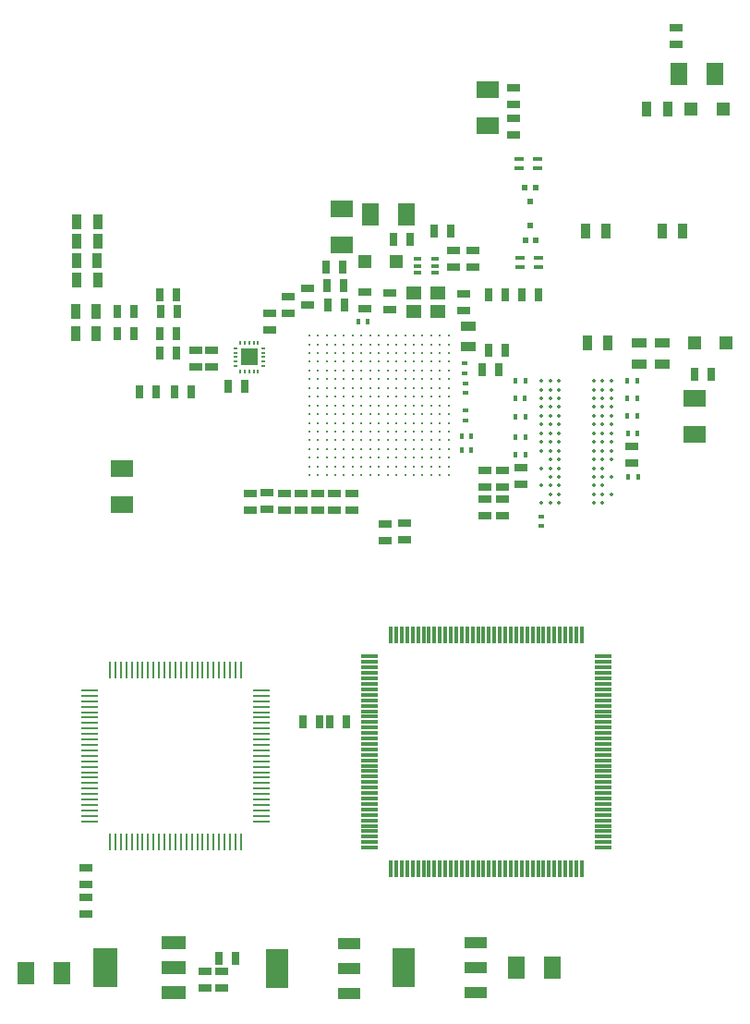
<source format=gtp>
G04 #@! TF.FileFunction,Paste,Top*
%FSLAX46Y46*%
G04 Gerber Fmt 4.6, Leading zero omitted, Abs format (unit mm)*
G04 Created by KiCad (PCBNEW 0.201502071101+5410~21~ubuntu14.04.1-product) date mié 11 mar 2015 22:43:00 COT*
%MOMM*%
G01*
G04 APERTURE LIST*
%ADD10C,0.150000*%
%ADD11R,1.198880X1.198880*%
%ADD12C,0.350000*%
%ADD13R,0.635000X1.143000*%
%ADD14R,1.524000X2.032000*%
%ADD15R,2.032000X1.524000*%
%ADD16R,1.143000X0.635000*%
%ADD17R,1.397000X0.889000*%
%ADD18R,0.889000X1.397000*%
%ADD19R,0.899160X0.350520*%
%ADD20R,0.797560X0.398780*%
%ADD21C,0.304800*%
%ADD22R,0.200000X0.400000*%
%ADD23R,0.400000X0.200000*%
%ADD24R,1.600000X1.600000*%
%ADD25R,2.235200X1.219200*%
%ADD26R,2.235200X3.606800*%
%ADD27R,0.497840X0.599440*%
%ADD28R,1.399540X1.198880*%
%ADD29R,0.398780X0.599440*%
%ADD30R,0.599440X0.398780*%
%ADD31R,1.550000X0.300000*%
%ADD32R,0.300000X1.550000*%
%ADD33R,1.500000X0.280000*%
%ADD34R,0.280000X1.500000*%
%ADD35R,2.032000X3.657600*%
%ADD36R,2.032000X1.016000*%
G04 APERTURE END LIST*
D10*
D11*
X86970340Y-30380000D03*
X84069660Y-30380000D03*
X87270340Y-51830000D03*
X84369660Y-51830000D03*
X57030340Y-44400000D03*
X54129660Y-44400000D03*
D12*
X70340000Y-64890000D03*
X76740000Y-64090000D03*
X70340000Y-63290000D03*
X70340000Y-66490000D03*
X71140000Y-66490000D03*
X71940000Y-66490000D03*
X75140000Y-66490000D03*
X75940000Y-66490000D03*
X71140000Y-65690000D03*
X71940000Y-65690000D03*
X75140000Y-65690000D03*
X75940000Y-65690000D03*
X76740000Y-65690000D03*
X75940000Y-64090000D03*
X75140000Y-64090000D03*
X71940000Y-64090000D03*
X71140000Y-64090000D03*
X75940000Y-64890000D03*
X75140000Y-64890000D03*
X71940000Y-64890000D03*
X71140000Y-64890000D03*
X71140000Y-63290000D03*
X71940000Y-63290000D03*
X75140000Y-63290000D03*
X75940000Y-63290000D03*
X71140000Y-62490000D03*
X71940000Y-62490000D03*
X75140000Y-62490000D03*
X75940000Y-62490000D03*
X76740000Y-62490000D03*
X76740000Y-61690000D03*
X75940000Y-61690000D03*
X75140000Y-61690000D03*
X71940000Y-61690000D03*
X71140000Y-61690000D03*
X70340000Y-61690000D03*
X70340000Y-60090000D03*
X71140000Y-60090000D03*
X71940000Y-60090000D03*
X75140000Y-60090000D03*
X75940000Y-60090000D03*
X76740000Y-60090000D03*
X70340000Y-59290000D03*
X71140000Y-59290000D03*
X71940000Y-59290000D03*
X75140000Y-59290000D03*
X75940000Y-59290000D03*
X76740000Y-59290000D03*
X76740000Y-58490000D03*
X75940000Y-58490000D03*
X75140000Y-58490000D03*
X71140000Y-58490000D03*
X71940000Y-58490000D03*
X70340000Y-58490000D03*
X76740000Y-60890000D03*
X75940000Y-60890000D03*
X75140000Y-60890000D03*
X71940000Y-60890000D03*
X71140000Y-60890000D03*
X70340000Y-60890000D03*
X70340000Y-57690000D03*
X71140000Y-57690000D03*
X71940000Y-57690000D03*
X75140000Y-57690000D03*
X75940000Y-57690000D03*
X76740000Y-57690000D03*
X70340000Y-55290000D03*
X71940000Y-55290000D03*
X71140000Y-55290000D03*
X76740000Y-55290000D03*
X75940000Y-55290000D03*
X75140000Y-55290000D03*
X76740000Y-56090000D03*
X75940000Y-56090000D03*
X75140000Y-56090000D03*
X71940000Y-56090000D03*
X71140000Y-56090000D03*
X70340000Y-56090000D03*
X76740000Y-56890000D03*
X75940000Y-56890000D03*
X75140000Y-56890000D03*
X71940000Y-56890000D03*
X71140000Y-56890000D03*
X70340000Y-56890000D03*
D13*
X66992000Y-52490000D03*
X65468000Y-52490000D03*
D14*
X57921000Y-40040000D03*
X54619000Y-40040000D03*
D15*
X52000000Y-42851000D03*
X52000000Y-39549000D03*
D13*
X52172000Y-46530000D03*
X50648000Y-46530000D03*
D16*
X63210000Y-48872000D03*
X63210000Y-47348000D03*
X56430000Y-47268000D03*
X56430000Y-48792000D03*
X54120000Y-48662000D03*
X54120000Y-47138000D03*
X40125000Y-52463000D03*
X40125000Y-53987000D03*
X62300000Y-43378000D03*
X62300000Y-44902000D03*
X65140000Y-63528000D03*
X65140000Y-65052000D03*
X65140000Y-66128000D03*
X65140000Y-67652000D03*
X38625000Y-53987000D03*
X38625000Y-52463000D03*
D13*
X43112000Y-55750000D03*
X41588000Y-55750000D03*
D15*
X65426400Y-28570500D03*
X65426400Y-31872500D03*
D13*
X40813800Y-108224900D03*
X42337800Y-108224900D03*
D15*
X31847600Y-66645100D03*
X31847600Y-63343100D03*
D16*
X45430000Y-49108000D03*
X45430000Y-50632000D03*
D14*
X26412000Y-109520300D03*
X23110000Y-109520300D03*
D15*
X84360000Y-56889000D03*
X84360000Y-60191000D03*
D13*
X84368000Y-54730000D03*
X85892000Y-54730000D03*
D14*
X82929000Y-27180000D03*
X86231000Y-27180000D03*
D16*
X82710000Y-24482000D03*
X82710000Y-22958000D03*
D13*
X35408000Y-48970000D03*
X36932000Y-48970000D03*
X35368000Y-50990000D03*
X36892000Y-50990000D03*
X65463000Y-47425000D03*
X66987000Y-47425000D03*
D16*
X56040000Y-68368000D03*
X56040000Y-69892000D03*
X67763200Y-28418100D03*
X67763200Y-29942100D03*
D13*
X33508000Y-56320000D03*
X35032000Y-56320000D03*
D16*
X39537600Y-109405600D03*
X39537600Y-110929600D03*
X28580000Y-99938000D03*
X28580000Y-101462000D03*
D17*
X63620000Y-50267500D03*
X63620000Y-52172500D03*
D18*
X81397500Y-41580000D03*
X83302500Y-41580000D03*
X74527500Y-51770000D03*
X76432500Y-51770000D03*
D17*
X79320000Y-51817500D03*
X79320000Y-53722500D03*
X81380000Y-53732500D03*
X81380000Y-51827500D03*
D18*
X79977500Y-30390000D03*
X81882500Y-30390000D03*
X27727500Y-44310000D03*
X29632500Y-44310000D03*
X27757500Y-40680000D03*
X29662500Y-40680000D03*
X27737500Y-42470000D03*
X29642500Y-42470000D03*
X27747500Y-46060000D03*
X29652500Y-46060000D03*
X27617500Y-48930000D03*
X29522500Y-48930000D03*
X27617500Y-50960000D03*
X29522500Y-50960000D03*
D19*
X70050000Y-44850000D03*
X68350740Y-44850000D03*
X68350740Y-43999100D03*
X70050000Y-43999100D03*
D18*
X76272500Y-41590000D03*
X74367500Y-41590000D03*
D19*
X70000000Y-35800000D03*
X68300740Y-35800000D03*
X68300740Y-34949100D03*
X70000000Y-34949100D03*
D20*
X60587560Y-45397700D03*
X60587560Y-44750000D03*
X60587560Y-44102300D03*
X58992440Y-44102300D03*
X58992440Y-44750000D03*
X58992440Y-45397700D03*
D13*
X64938000Y-54300000D03*
X66462000Y-54300000D03*
X58312000Y-42330000D03*
X56788000Y-42330000D03*
X52162000Y-44900000D03*
X50638000Y-44900000D03*
X50748000Y-48360000D03*
X52272000Y-48360000D03*
D16*
X41042400Y-109393300D03*
X41042400Y-110917300D03*
X48920000Y-48312000D03*
X48920000Y-46788000D03*
X78600000Y-62812000D03*
X78600000Y-61288000D03*
D13*
X70037000Y-47425000D03*
X68513000Y-47425000D03*
D16*
X52970000Y-67132000D03*
X52970000Y-65608000D03*
X43680000Y-67102000D03*
X43680000Y-65578000D03*
X45200000Y-67092000D03*
X45200000Y-65568000D03*
D13*
X61992000Y-41530000D03*
X60468000Y-41530000D03*
D16*
X49850000Y-67112000D03*
X49850000Y-65588000D03*
X46780000Y-65588000D03*
X46780000Y-67112000D03*
X64080000Y-43358000D03*
X64080000Y-44882000D03*
X47160000Y-47578000D03*
X47160000Y-49102000D03*
X68490000Y-63228000D03*
X68490000Y-64752000D03*
X66740000Y-63528000D03*
X66740000Y-65052000D03*
X66740000Y-66128000D03*
X66740000Y-67652000D03*
X57775000Y-69862000D03*
X57775000Y-68338000D03*
X67763200Y-32786900D03*
X67763200Y-31262900D03*
D13*
X36728000Y-56330000D03*
X38252000Y-56330000D03*
D16*
X51360000Y-65598000D03*
X51360000Y-67122000D03*
X28610000Y-104112000D03*
X28610000Y-102588000D03*
D13*
X31448000Y-48930000D03*
X32972000Y-48930000D03*
X31428000Y-51000000D03*
X32952000Y-51000000D03*
X36892000Y-52700000D03*
X35368000Y-52700000D03*
X36922000Y-47400000D03*
X35398000Y-47400000D03*
D21*
X49039200Y-51139200D03*
X49039200Y-51939300D03*
X49039200Y-52739400D03*
X49039200Y-53539500D03*
X49039200Y-54339600D03*
X49039200Y-55139700D03*
X49039200Y-55939800D03*
X49039200Y-56739900D03*
X49039200Y-57540000D03*
X49039200Y-58340100D03*
X49039200Y-59140200D03*
X49039200Y-59940300D03*
X49039200Y-60740400D03*
X49039200Y-61540500D03*
X49039200Y-62340600D03*
X49039200Y-63140700D03*
X49039200Y-63940800D03*
X49839300Y-51139200D03*
X49839300Y-51939300D03*
X49839300Y-52739400D03*
X49839300Y-53539500D03*
X49839300Y-54339600D03*
X49839300Y-55139700D03*
X49839300Y-55939800D03*
X49839300Y-56739900D03*
X49839300Y-57540000D03*
X49839300Y-58340100D03*
X49839300Y-59140200D03*
X49839300Y-59940300D03*
X49839300Y-60740400D03*
X49839300Y-61540500D03*
X49839300Y-62340600D03*
X49839300Y-63140700D03*
X49839300Y-63940800D03*
X50639400Y-51139200D03*
X50639400Y-51939300D03*
X50639400Y-52739400D03*
X50639400Y-53539500D03*
X50639400Y-54339600D03*
X50639400Y-55139700D03*
X50639400Y-55939800D03*
X50639400Y-56739900D03*
X50639400Y-57540000D03*
X50639400Y-58340100D03*
X50639400Y-59140200D03*
X50639400Y-59940300D03*
X50639400Y-60740400D03*
X50639400Y-61540500D03*
X50639400Y-62340600D03*
X50639400Y-63140700D03*
X50639400Y-63940800D03*
X51439500Y-51139200D03*
X51439500Y-51939300D03*
X51439500Y-52739400D03*
X51439500Y-53539500D03*
X51439500Y-54339600D03*
X51439500Y-55139700D03*
X51439500Y-55939800D03*
X51439500Y-56739900D03*
X51439500Y-57540000D03*
X51439500Y-58340100D03*
X51439500Y-59140200D03*
X51439500Y-59940300D03*
X51439500Y-60740400D03*
X51439500Y-61540500D03*
X51439500Y-62340600D03*
X51439500Y-63140700D03*
X51439500Y-63940800D03*
X52239600Y-51139200D03*
X52239600Y-51939300D03*
X52239600Y-52739400D03*
X52239600Y-53539500D03*
X52239600Y-54339600D03*
X52239600Y-55139700D03*
X52239600Y-55939800D03*
X52239600Y-56739900D03*
X52239600Y-57540000D03*
X52239600Y-58340100D03*
X52239600Y-59140200D03*
X52239600Y-59940300D03*
X52239600Y-60740400D03*
X52239600Y-61540500D03*
X52239600Y-62340600D03*
X52239600Y-63140700D03*
X52239600Y-63940800D03*
X53039700Y-51139200D03*
X53039700Y-51939300D03*
X53039700Y-52739400D03*
X53039700Y-53539500D03*
X53039700Y-54339600D03*
X53039700Y-55139700D03*
X53039700Y-55939800D03*
X53039700Y-56739900D03*
X53039700Y-57540000D03*
X53039700Y-58340100D03*
X53039700Y-59140200D03*
X53039700Y-59940300D03*
X53039700Y-60740400D03*
X53039700Y-61540500D03*
X53039700Y-62340600D03*
X53039700Y-63140700D03*
X53039700Y-63940800D03*
X53839800Y-51139200D03*
X53839800Y-51939300D03*
X53839800Y-52739400D03*
X53839800Y-53539500D03*
X53839800Y-54339600D03*
X53839800Y-55139700D03*
X53839800Y-55939800D03*
X53839800Y-56739900D03*
X53839800Y-57540000D03*
X53839800Y-58340100D03*
X53839800Y-59140200D03*
X53839800Y-59940300D03*
X53839800Y-60740400D03*
X53839800Y-61540500D03*
X53839800Y-62340600D03*
X53839800Y-63140700D03*
X53839800Y-63940800D03*
X54639900Y-51139200D03*
X54639900Y-51939300D03*
X54639900Y-52739400D03*
X54639900Y-53539500D03*
X54639900Y-54339600D03*
X54639900Y-55139700D03*
X54639900Y-55939800D03*
X54639900Y-56739900D03*
X54639900Y-57540000D03*
X54639900Y-58340100D03*
X54639900Y-59140200D03*
X54639900Y-59940300D03*
X54639900Y-60740400D03*
X54639900Y-61540500D03*
X54639900Y-62340600D03*
X54639900Y-63140700D03*
X54639900Y-63940800D03*
X55440000Y-51139200D03*
X55440000Y-51939300D03*
X55440000Y-52739400D03*
X55440000Y-53539500D03*
X55440000Y-54339600D03*
X55440000Y-55139700D03*
X55440000Y-55939800D03*
X55440000Y-56739900D03*
X55440000Y-57540000D03*
X55440000Y-58340100D03*
X55440000Y-59140200D03*
X55440000Y-59940300D03*
X55440000Y-60740400D03*
X55440000Y-61540500D03*
X55440000Y-62340600D03*
X55440000Y-63140700D03*
X55440000Y-63940800D03*
X56240100Y-51139200D03*
X56240100Y-51939300D03*
X56240100Y-52739400D03*
X56240100Y-53539500D03*
X56240100Y-54339600D03*
X56240100Y-55139700D03*
X56240100Y-55939800D03*
X56240100Y-56739900D03*
X56240100Y-57540000D03*
X56240100Y-58340100D03*
X56240100Y-59140200D03*
X56240100Y-59940300D03*
X56240100Y-60740400D03*
X56240100Y-61540500D03*
X56240100Y-62340600D03*
X56240100Y-63140700D03*
X56240100Y-63940800D03*
X57040200Y-51139200D03*
X57040200Y-51939300D03*
X57040200Y-52739400D03*
X57040200Y-53539500D03*
X57040200Y-54339600D03*
X57040200Y-55139700D03*
X57040200Y-55939800D03*
X57040200Y-56739900D03*
X57040200Y-57540000D03*
X57040200Y-58340100D03*
X57040200Y-59140200D03*
X57040200Y-59940300D03*
X57040200Y-60740400D03*
X57040200Y-61540500D03*
X57040200Y-62340600D03*
X57040200Y-63140700D03*
X57040200Y-63940800D03*
X57840300Y-51139200D03*
X57840300Y-51939300D03*
X57840300Y-52739400D03*
X57840300Y-53539500D03*
X57840300Y-54339600D03*
X57840300Y-55139700D03*
X57840300Y-55939800D03*
X57840300Y-56739900D03*
X57840300Y-57540000D03*
X57840300Y-58340100D03*
X57840300Y-59140200D03*
X57840300Y-59940300D03*
X57840300Y-60740400D03*
X57840300Y-61540500D03*
X57840300Y-62340600D03*
X57840300Y-63140700D03*
X57840300Y-63940800D03*
X58640400Y-51139200D03*
X58640400Y-51939300D03*
X58640400Y-52739400D03*
X58640400Y-53539500D03*
X58640400Y-54339600D03*
X58640400Y-55139700D03*
X58640400Y-55939800D03*
X58640400Y-56739900D03*
X58640400Y-57540000D03*
X58640400Y-58340100D03*
X58640400Y-59140200D03*
X58640400Y-59940300D03*
X58640400Y-60740400D03*
X58640400Y-61540500D03*
X58640400Y-62340600D03*
X58640400Y-63140700D03*
X58640400Y-63940800D03*
X59440500Y-51139200D03*
X59440500Y-51939300D03*
X59440500Y-52739400D03*
X59440500Y-53539500D03*
X59440500Y-54339600D03*
X59440500Y-55139700D03*
X59440500Y-55939800D03*
X59440500Y-56739900D03*
X59440500Y-57540000D03*
X59440500Y-58340100D03*
X59440500Y-59140200D03*
X59440500Y-59940300D03*
X59440500Y-60740400D03*
X59440500Y-61540500D03*
X59440500Y-62340600D03*
X59440500Y-63140700D03*
X59440500Y-63940800D03*
X60240600Y-51139200D03*
X60240600Y-51939300D03*
X60240600Y-52739400D03*
X60240600Y-53539500D03*
X60240600Y-54339600D03*
X60240600Y-55139700D03*
X60240600Y-55939800D03*
X60240600Y-56739900D03*
X60240600Y-57540000D03*
X60240600Y-58340100D03*
X60240600Y-59140200D03*
X60240600Y-59940300D03*
X60240600Y-60740400D03*
X60240600Y-61540500D03*
X60240600Y-62340600D03*
X60240600Y-63140700D03*
X60240600Y-63940800D03*
X61040700Y-51139200D03*
X61040700Y-51939300D03*
X61040700Y-52739400D03*
X61040700Y-53539500D03*
X61040700Y-54339600D03*
X61040700Y-55139700D03*
X61040700Y-55939800D03*
X61040700Y-56739900D03*
X61040700Y-57540000D03*
X61040700Y-58340100D03*
X61040700Y-59140200D03*
X61040700Y-59940300D03*
X61040700Y-60740400D03*
X61040700Y-61540500D03*
X61040700Y-62340600D03*
X61040700Y-63140700D03*
X61040700Y-63940800D03*
X61840800Y-51139200D03*
X61840800Y-51939300D03*
X61840800Y-52739400D03*
X61840800Y-53539500D03*
X61840800Y-54339600D03*
X61840800Y-55139700D03*
X61840800Y-55939800D03*
X61840800Y-56739900D03*
X61840800Y-57540000D03*
X61840800Y-58340100D03*
X61840800Y-59140200D03*
X61840800Y-59940300D03*
X61840800Y-60740400D03*
X61840800Y-61540500D03*
X61840800Y-62340600D03*
X61840800Y-63140700D03*
X61840800Y-63940800D03*
D22*
X43560000Y-51820000D03*
X43960000Y-51820000D03*
X44360000Y-51820000D03*
X43160000Y-51820000D03*
X42760000Y-51820000D03*
X42760000Y-54420000D03*
X43160000Y-54420000D03*
X44360000Y-54420000D03*
X43960000Y-54420000D03*
X43560000Y-54420000D03*
D23*
X44860000Y-52320000D03*
X44860000Y-52720000D03*
X44860000Y-53920000D03*
X44860000Y-53520000D03*
X44860000Y-53120000D03*
D24*
X43560000Y-53120000D03*
D23*
X42260000Y-53120000D03*
X42260000Y-53520000D03*
X42260000Y-53920000D03*
X42260000Y-52720000D03*
X42260000Y-52320000D03*
D25*
X36588800Y-111366000D03*
X36588800Y-109080000D03*
X36588800Y-106794000D03*
D26*
X30391200Y-109080000D03*
D27*
X69837840Y-37592300D03*
X68842160Y-37592300D03*
X69340000Y-38887700D03*
X68852160Y-42387700D03*
X69847840Y-42387700D03*
X69350000Y-41092300D03*
D28*
X60850000Y-47240000D03*
X58650360Y-47240000D03*
X58650360Y-48939260D03*
X60850000Y-48939260D03*
D29*
X78190420Y-55290000D03*
X79089580Y-55290000D03*
X78190420Y-56890000D03*
X79089580Y-56890000D03*
X78190420Y-58490000D03*
X79089580Y-58490000D03*
D30*
X70340000Y-67690420D03*
X70340000Y-68589580D03*
D29*
X78290420Y-64090000D03*
X79189580Y-64090000D03*
X78240420Y-60090000D03*
X79139580Y-60090000D03*
X68889580Y-60440000D03*
X67990420Y-60440000D03*
X68889580Y-62090000D03*
X67990420Y-62090000D03*
X68889580Y-58590000D03*
X67990420Y-58590000D03*
X68839580Y-56890000D03*
X67940420Y-56890000D03*
X68889580Y-55290000D03*
X67990420Y-55290000D03*
D30*
X63390000Y-55500420D03*
X63390000Y-56399580D03*
X63370000Y-58030420D03*
X63370000Y-58929580D03*
D29*
X63010420Y-60360000D03*
X63909580Y-60360000D03*
X63020420Y-61630000D03*
X63919580Y-61630000D03*
X53520420Y-49870000D03*
X54419580Y-49870000D03*
D16*
X48300000Y-65588000D03*
X48300000Y-67112000D03*
D30*
X63280000Y-54589580D03*
X63280000Y-53690420D03*
D31*
X54580000Y-80550000D03*
X54580000Y-81050000D03*
X54580000Y-81550000D03*
X54580000Y-82050000D03*
X54580000Y-82550000D03*
X54580000Y-83050000D03*
X54580000Y-83550000D03*
X54580000Y-84050000D03*
X54580000Y-84550000D03*
X54580000Y-85050000D03*
X54580000Y-85550000D03*
X54580000Y-86050000D03*
X54580000Y-86550000D03*
X54580000Y-87050000D03*
X54580000Y-87550000D03*
X54580000Y-88050000D03*
X54580000Y-88550000D03*
X54580000Y-89050000D03*
X54580000Y-89550000D03*
X54580000Y-90050000D03*
X54580000Y-90550000D03*
X54580000Y-91050000D03*
X54580000Y-91550000D03*
X54580000Y-92050000D03*
X54580000Y-92550000D03*
X54580000Y-93050000D03*
X54580000Y-93550000D03*
X54580000Y-94050000D03*
X54580000Y-94550000D03*
X54580000Y-95050000D03*
X54580000Y-95550000D03*
X54580000Y-96050000D03*
X54580000Y-96550000D03*
X54580000Y-97050000D03*
X54580000Y-97550000D03*
X54580000Y-98050000D03*
D32*
X56530000Y-100000000D03*
X57030000Y-100000000D03*
X57530000Y-100000000D03*
X58030000Y-100000000D03*
X58530000Y-100000000D03*
X59030000Y-100000000D03*
X59530000Y-100000000D03*
X60030000Y-100000000D03*
X60530000Y-100000000D03*
X61030000Y-100000000D03*
X61530000Y-100000000D03*
X62030000Y-100000000D03*
X62530000Y-100000000D03*
X63030000Y-100000000D03*
X63530000Y-100000000D03*
X64030000Y-100000000D03*
X64530000Y-100000000D03*
X65030000Y-100000000D03*
X65530000Y-100000000D03*
X66030000Y-100000000D03*
X66530000Y-100000000D03*
X67030000Y-100000000D03*
X67530000Y-100000000D03*
X68030000Y-100000000D03*
X68530000Y-100000000D03*
X69030000Y-100000000D03*
X69530000Y-100000000D03*
X70030000Y-100000000D03*
X70530000Y-100000000D03*
X71030000Y-100000000D03*
X71530000Y-100000000D03*
X72030000Y-100000000D03*
X72530000Y-100000000D03*
X73030000Y-100000000D03*
X73530000Y-100000000D03*
X74030000Y-100000000D03*
D31*
X75980000Y-98050000D03*
X75980000Y-97550000D03*
X75980000Y-97050000D03*
X75980000Y-96550000D03*
X75980000Y-96050000D03*
X75980000Y-95550000D03*
X75980000Y-95050000D03*
X75980000Y-94550000D03*
X75980000Y-94050000D03*
X75980000Y-93550000D03*
X75980000Y-93050000D03*
X75980000Y-92550000D03*
X75980000Y-92050000D03*
X75980000Y-91550000D03*
X75980000Y-91050000D03*
X75980000Y-90550000D03*
X75980000Y-90050000D03*
X75980000Y-89550000D03*
X75980000Y-89050000D03*
X75980000Y-88550000D03*
X75980000Y-88050000D03*
X75980000Y-87550000D03*
X75980000Y-87050000D03*
X75980000Y-86550000D03*
X75980000Y-86050000D03*
X75980000Y-85550000D03*
X75980000Y-85050000D03*
X75980000Y-84550000D03*
X75980000Y-84050000D03*
X75980000Y-83550000D03*
X75980000Y-83050000D03*
X75980000Y-82550000D03*
X75980000Y-82050000D03*
X75980000Y-81550000D03*
X75980000Y-81050000D03*
X75980000Y-80550000D03*
D32*
X74030000Y-78600000D03*
X73530000Y-78600000D03*
X73030000Y-78600000D03*
X72530000Y-78600000D03*
X72030000Y-78600000D03*
X71530000Y-78600000D03*
X71030000Y-78600000D03*
X70530000Y-78600000D03*
X70030000Y-78600000D03*
X69530000Y-78600000D03*
X69030000Y-78600000D03*
X68530000Y-78600000D03*
X68030000Y-78600000D03*
X67530000Y-78600000D03*
X67030000Y-78600000D03*
X66530000Y-78600000D03*
X66030000Y-78600000D03*
X65530000Y-78600000D03*
X65030000Y-78600000D03*
X64530000Y-78600000D03*
X64030000Y-78600000D03*
X63530000Y-78600000D03*
X63030000Y-78600000D03*
X62530000Y-78600000D03*
X62030000Y-78600000D03*
X61530000Y-78600000D03*
X61030000Y-78600000D03*
X60530000Y-78600000D03*
X60030000Y-78600000D03*
X59530000Y-78600000D03*
X59030000Y-78600000D03*
X58530000Y-78600000D03*
X58030000Y-78600000D03*
X57530000Y-78600000D03*
X57030000Y-78600000D03*
X56530000Y-78600000D03*
D33*
X44690000Y-95640000D03*
X44690000Y-95140000D03*
X44690000Y-94640000D03*
X44690000Y-94140000D03*
X44690000Y-93640000D03*
X44690000Y-93140000D03*
X44690000Y-92640000D03*
X44690000Y-92140000D03*
X44690000Y-91640000D03*
X44690000Y-91140000D03*
X44690000Y-90640000D03*
X44690000Y-90140000D03*
X44690000Y-89640000D03*
X44690000Y-89140000D03*
X44690000Y-88640000D03*
X44690000Y-88140000D03*
X44690000Y-87640000D03*
X44690000Y-87140000D03*
X44690000Y-86640000D03*
X44690000Y-86140000D03*
X44690000Y-85640000D03*
X44690000Y-85140000D03*
X44690000Y-84640000D03*
X44690000Y-84140000D03*
X44690000Y-83640000D03*
D34*
X42790000Y-81740000D03*
X42290000Y-81740000D03*
X41790000Y-81740000D03*
X41290000Y-81740000D03*
X40790000Y-81740000D03*
X40290000Y-81740000D03*
X39790000Y-81740000D03*
X39290000Y-81740000D03*
X38790000Y-81740000D03*
X38290000Y-81740000D03*
X37790000Y-81740000D03*
X37290000Y-81740000D03*
X36790000Y-81740000D03*
X36290000Y-81740000D03*
X35790000Y-81740000D03*
X35290000Y-81740000D03*
X34790000Y-81740000D03*
X34290000Y-81740000D03*
X33790000Y-81740000D03*
X33290000Y-81740000D03*
X32790000Y-81740000D03*
X32290000Y-81740000D03*
X31790000Y-81740000D03*
X31290000Y-81740000D03*
X30790000Y-81740000D03*
D33*
X28890000Y-83640000D03*
X28890000Y-84140000D03*
X28890000Y-84640000D03*
X28890000Y-85140000D03*
X28890000Y-85640000D03*
X28890000Y-86140000D03*
X28890000Y-86640000D03*
X28890000Y-87140000D03*
X28890000Y-87640000D03*
X28890000Y-88140000D03*
X28890000Y-88640000D03*
X28890000Y-89140000D03*
X28890000Y-89640000D03*
X28890000Y-90140000D03*
X28890000Y-90640000D03*
X28890000Y-91140000D03*
X28890000Y-91640000D03*
X28890000Y-92140000D03*
X28890000Y-92640000D03*
X28890000Y-93140000D03*
X28890000Y-93640000D03*
X28890000Y-94140000D03*
X28890000Y-94640000D03*
X28890000Y-95140000D03*
X28890000Y-95640000D03*
D34*
X30790000Y-97540000D03*
X31290000Y-97540000D03*
X31790000Y-97540000D03*
X32290000Y-97540000D03*
X32790000Y-97540000D03*
X33290000Y-97540000D03*
X33790000Y-97540000D03*
X34290000Y-97540000D03*
X34790000Y-97540000D03*
X35290000Y-97540000D03*
X35790000Y-97540000D03*
X36290000Y-97540000D03*
X36790000Y-97540000D03*
X37290000Y-97540000D03*
X37790000Y-97540000D03*
X38290000Y-97540000D03*
X38790000Y-97540000D03*
X39290000Y-97540000D03*
X39790000Y-97540000D03*
X40290000Y-97540000D03*
X40790000Y-97540000D03*
X41290000Y-97540000D03*
X41790000Y-97540000D03*
X42290000Y-97540000D03*
X42790000Y-97540000D03*
D14*
X68068000Y-109075800D03*
X71370000Y-109075800D03*
D35*
X57748000Y-109080000D03*
D36*
X64352000Y-109080000D03*
X64352000Y-106794000D03*
X64352000Y-111366000D03*
D35*
X46068000Y-109110000D03*
D36*
X52672000Y-109110000D03*
X52672000Y-106824000D03*
X52672000Y-111396000D03*
D13*
X52452000Y-86560000D03*
X50928000Y-86560000D03*
X48468000Y-86560000D03*
X49992000Y-86560000D03*
M02*

</source>
